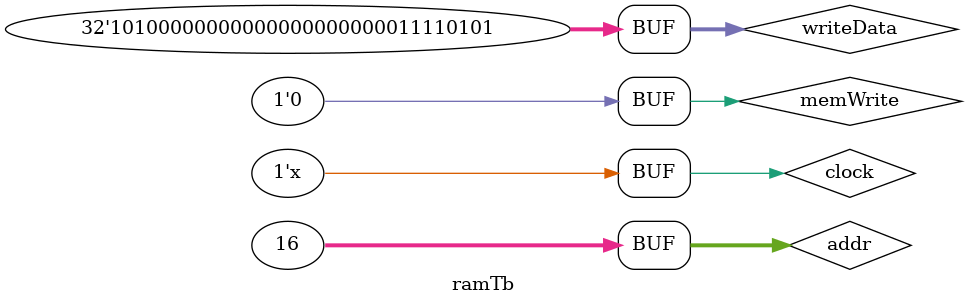
<source format=v>
`timescale 1ns / 1ps


module ramTb();
    reg clock=1'b0;
    reg memWrite=1'b0;
    reg [31:0] addr=32'h00000010;
    reg [31:0] writeData=32'ha0000000;
    wire [31:0] readData;
    dmemory32 uram(clock,memWrite,addr,writeData,readData);
    always
      #50 clock=~clock;
    initial begin
      #200
         writeData=32'ha00000f5;
         memWrite=1'b1;
      #200
         memWrite=1'b0;
     end
endmodule

</source>
